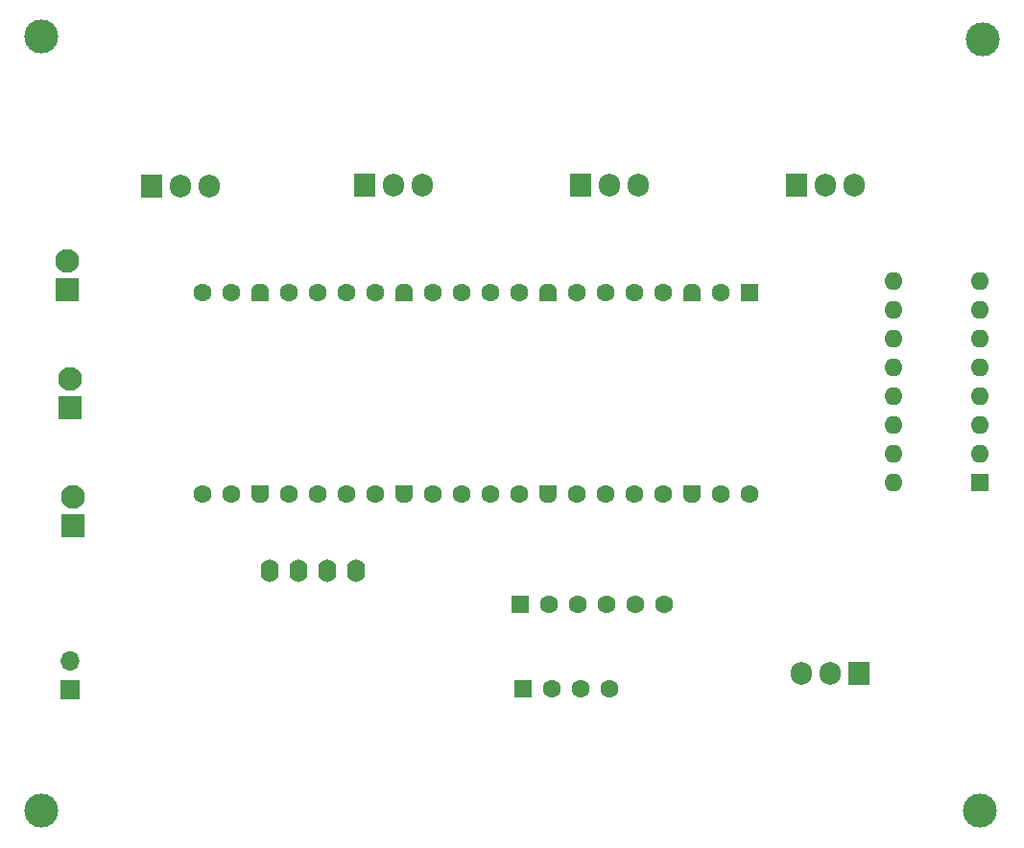
<source format=gbr>
%TF.GenerationSoftware,KiCad,Pcbnew,7.0.10*%
%TF.CreationDate,2024-03-26T13:20:44+05:30*%
%TF.ProjectId,PocketPCR,506f636b-6574-4504-9352-2e6b69636164,rev?*%
%TF.SameCoordinates,Original*%
%TF.FileFunction,Soldermask,Bot*%
%TF.FilePolarity,Negative*%
%FSLAX46Y46*%
G04 Gerber Fmt 4.6, Leading zero omitted, Abs format (unit mm)*
G04 Created by KiCad (PCBNEW 7.0.10) date 2024-03-26 13:20:44*
%MOMM*%
%LPD*%
G01*
G04 APERTURE LIST*
G04 Aperture macros list*
%AMRoundRect*
0 Rectangle with rounded corners*
0 $1 Rounding radius*
0 $2 $3 $4 $5 $6 $7 $8 $9 X,Y pos of 4 corners*
0 Add a 4 corners polygon primitive as box body*
4,1,4,$2,$3,$4,$5,$6,$7,$8,$9,$2,$3,0*
0 Add four circle primitives for the rounded corners*
1,1,$1+$1,$2,$3*
1,1,$1+$1,$4,$5*
1,1,$1+$1,$6,$7*
1,1,$1+$1,$8,$9*
0 Add four rect primitives between the rounded corners*
20,1,$1+$1,$2,$3,$4,$5,0*
20,1,$1+$1,$4,$5,$6,$7,0*
20,1,$1+$1,$6,$7,$8,$9,0*
20,1,$1+$1,$8,$9,$2,$3,0*%
%AMFreePoly0*
4,1,28,0.605014,0.794986,0.644504,0.794986,0.724698,0.756366,0.780194,0.686777,0.800000,0.600000,0.800000,-0.600000,0.780194,-0.686777,0.724698,-0.756366,0.644504,-0.794986,0.605014,-0.794986,0.600000,-0.800000,0.000000,-0.800000,-0.178017,-0.779942,-0.347107,-0.720775,-0.498792,-0.625465,-0.625465,-0.498792,-0.720775,-0.347107,-0.779942,-0.178017,-0.800000,0.000000,-0.779942,0.178017,
-0.720775,0.347107,-0.625465,0.498792,-0.498792,0.625465,-0.347107,0.720775,-0.178017,0.779942,0.000000,0.800000,0.600000,0.800000,0.605014,0.794986,0.605014,0.794986,$1*%
%AMFreePoly1*
4,1,28,0.178017,0.779942,0.347107,0.720775,0.498792,0.625465,0.625465,0.498792,0.720775,0.347107,0.779942,0.178017,0.800000,0.000000,0.779942,-0.178017,0.720775,-0.347107,0.625465,-0.498792,0.498792,-0.625465,0.347107,-0.720775,0.178017,-0.779942,0.000000,-0.800000,-0.600000,-0.800000,-0.605014,-0.794986,-0.644504,-0.794986,-0.724698,-0.756366,-0.780194,-0.686777,-0.800000,-0.600000,
-0.800000,0.600000,-0.780194,0.686777,-0.724698,0.756366,-0.644504,0.794986,-0.605014,0.794986,-0.600000,0.800000,0.000000,0.800000,0.178017,0.779942,0.178017,0.779942,$1*%
G04 Aperture macros list end*
%ADD10C,3.000000*%
%ADD11R,1.600000X1.600000*%
%ADD12O,1.600000X1.600000*%
%ADD13R,1.905000X2.000000*%
%ADD14O,1.905000X2.000000*%
%ADD15R,2.100000X2.100000*%
%ADD16C,2.100000*%
%ADD17O,1.600000X2.000000*%
%ADD18C,1.600000*%
%ADD19R,1.700000X1.700000*%
%ADD20O,1.700000X1.700000*%
%ADD21RoundRect,0.200000X-0.600000X0.600000X-0.600000X-0.600000X0.600000X-0.600000X0.600000X0.600000X0*%
%ADD22FreePoly0,270.000000*%
%ADD23FreePoly1,270.000000*%
G04 APERTURE END LIST*
D10*
%TO.C,H3*%
X86360000Y-54610000D03*
%TD*%
D11*
%TO.C,U5*%
X169164000Y-93980000D03*
D12*
X169164000Y-91440000D03*
X169164000Y-88900000D03*
X169164000Y-86360000D03*
X169164000Y-83820000D03*
X169164000Y-81280000D03*
X169164000Y-78740000D03*
X169164000Y-76200000D03*
X161544000Y-76200000D03*
X161544000Y-78740000D03*
X161544000Y-81280000D03*
X161544000Y-83820000D03*
X161544000Y-86360000D03*
X161544000Y-88900000D03*
X161544000Y-91440000D03*
X161544000Y-93980000D03*
%TD*%
D13*
%TO.C,Q4*%
X96052000Y-67776000D03*
D14*
X98592000Y-67776000D03*
X101132000Y-67776000D03*
%TD*%
D15*
%TO.C,J4*%
X88646000Y-76962000D03*
D16*
X88646000Y-74422000D03*
%TD*%
D15*
%TO.C,J1*%
X89154000Y-97790000D03*
D16*
X89154000Y-95250000D03*
%TD*%
D10*
%TO.C,H4*%
X86360000Y-122936000D03*
%TD*%
%TO.C,H1*%
X169418000Y-54864000D03*
%TD*%
D17*
%TO.C,U4*%
X106486000Y-101709000D03*
X109026000Y-101709000D03*
X111566000Y-101709000D03*
X114106000Y-101709000D03*
%TD*%
D10*
%TO.C,H2*%
X169164000Y-122936000D03*
%TD*%
D11*
%TO.C,J5*%
X128840500Y-112180500D03*
D18*
X131380500Y-112180500D03*
X133920500Y-112180500D03*
X136460500Y-112180500D03*
%TD*%
D13*
%TO.C,Q1*%
X152948000Y-67751000D03*
D14*
X155488000Y-67751000D03*
X158028000Y-67751000D03*
%TD*%
D19*
%TO.C,J3*%
X88900000Y-112273000D03*
D20*
X88900000Y-109733000D03*
%TD*%
D11*
%TO.C,HC-1*%
X128571500Y-104686500D03*
D18*
X131101500Y-104686500D03*
X133651500Y-104686500D03*
X136191500Y-104686500D03*
X138731500Y-104686500D03*
X141271500Y-104686500D03*
%TD*%
D13*
%TO.C,Q3*%
X133898000Y-67751000D03*
D14*
X136438000Y-67751000D03*
X138978000Y-67751000D03*
%TD*%
D13*
%TO.C,Q2*%
X114848000Y-67751000D03*
D14*
X117388000Y-67751000D03*
X119928000Y-67751000D03*
%TD*%
D13*
%TO.C,U3*%
X158456000Y-110793500D03*
D14*
X155916000Y-110793500D03*
X153376000Y-110793500D03*
%TD*%
D21*
%TO.C,U2*%
X148844000Y-77216000D03*
D18*
X146304000Y-77216000D03*
D22*
X143764000Y-77216000D03*
D18*
X141224000Y-77216000D03*
X138684000Y-77216000D03*
X136144000Y-77216000D03*
X133604000Y-77216000D03*
D22*
X131064000Y-77216000D03*
D18*
X128524000Y-77216000D03*
X125984000Y-77216000D03*
X123444000Y-77216000D03*
X120904000Y-77216000D03*
D22*
X118364000Y-77216000D03*
D18*
X115824000Y-77216000D03*
X113284000Y-77216000D03*
X110744000Y-77216000D03*
X108204000Y-77216000D03*
D22*
X105664000Y-77216000D03*
D18*
X103124000Y-77216000D03*
X100584000Y-77216000D03*
X100584000Y-94996000D03*
X103124000Y-94996000D03*
D23*
X105664000Y-94996000D03*
D18*
X108204000Y-94996000D03*
X110744000Y-94996000D03*
X113284000Y-94996000D03*
X115824000Y-94996000D03*
D23*
X118364000Y-94996000D03*
D18*
X120904000Y-94996000D03*
X123444000Y-94996000D03*
X125984000Y-94996000D03*
X128524000Y-94996000D03*
D23*
X131064000Y-94996000D03*
D18*
X133604000Y-94996000D03*
X136144000Y-94996000D03*
X138684000Y-94996000D03*
X141224000Y-94996000D03*
D23*
X143764000Y-94996000D03*
D18*
X146304000Y-94996000D03*
X148844000Y-94996000D03*
%TD*%
D15*
%TO.C,J2*%
X88900000Y-87376000D03*
D16*
X88900000Y-84836000D03*
%TD*%
M02*

</source>
